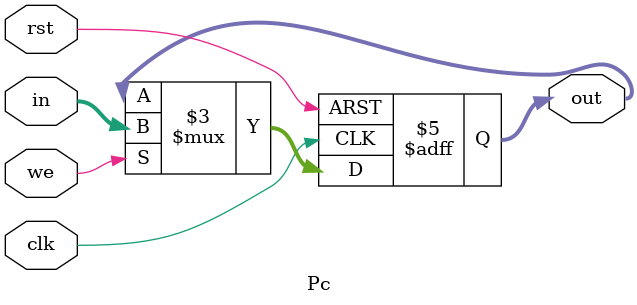
<source format=v>
module Pc(clk, rst, we, in, out);
    input clk, rst, we;
    input [31:0] in;
    output reg [31:0] out;
    always @(posedge clk, posedge rst)begin
        if (rst)
            out = 32'b0;
        else begin
            if (we)
                out = in;
        end
    end

endmodule
</source>
